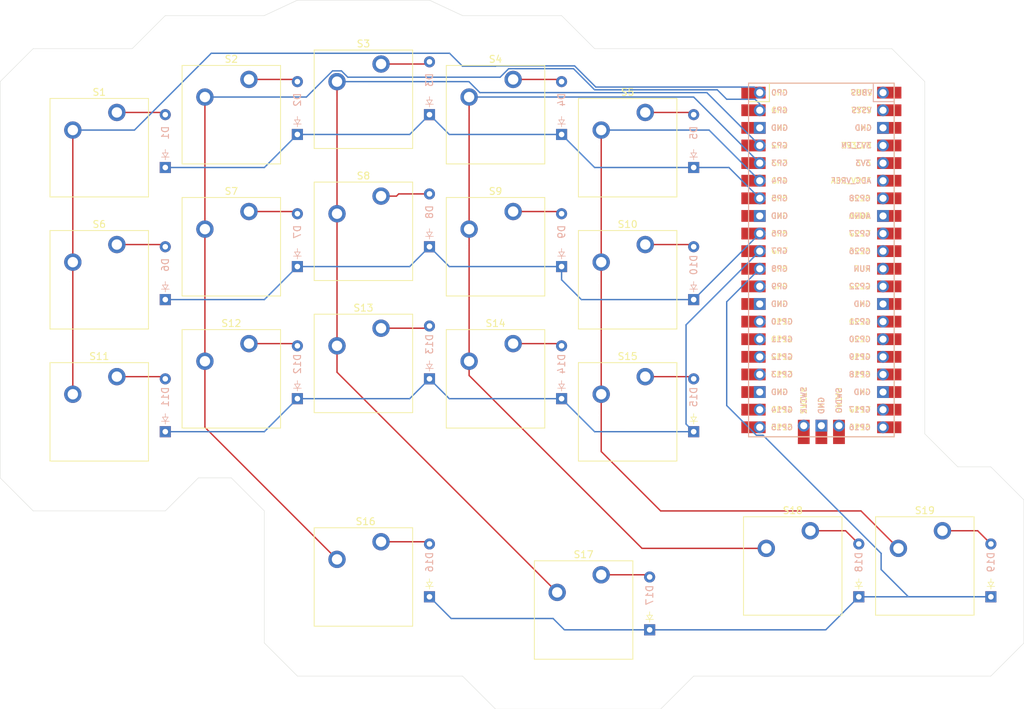
<source format=kicad_pcb>
(kicad_pcb (version 20240108) (generator "pcbnew") (generator_version "8.0")
  (layers (0 "F.Cu" signal) (31 "B.Cu" signal) (34 "B.Paste" user) (35 "F.Paste" user) (36 "B.SilkS" user "B.Silkscreen") (37 "F.SilkS" user "F.Silkscreen") (38 "B.Mask" user) (39 "F.Mask" user) (44 "Edge.Cuts" user))
  (net 0 "")
  (net 1 "/Row 1")
  (net 2 "Net-(D1-A)")
  (net 3 "Net-(D2-A)")
  (net 4 "Net-(D3-A)")
  (net 5 "Net-(D4-A)")
  (net 6 "Net-(D5-A)")
  (net 7 "Net-(D6-A)")
  (net 8 "/Row 2")
  (net 9 "Net-(D7-A)")
  (net 10 "Net-(D8-A)")
  (net 11 "Net-(D9-A)")
  (net 12 "Net-(D10-A)")
  (net 13 "Net-(D11-A)")
  (net 14 "/Row 3")
  (net 15 "Net-(D12-A)")
  (net 16 "Net-(D13-A)")
  (net 17 "Net-(D14-A)")
  (net 18 "Net-(D15-A)")
  (net 19 "/Row 4")
  (net 20 "Net-(D16-A)")
  (net 21 "Net-(D17-A)")
  (net 22 "Net-(D18-A)")
  (net 23 "Net-(D19-A)")
  (net 24 "/Column 1")
  (net 25 "/Column 2")
  (net 26 "/Column 3")
  (net 27 "/Column 4")
  (net 28 "/Column 5")
  (footprint "ScottoKeebs_Components:Diode_DO-35" (layer "F.Cu") (at 90.4875 107.6325 90)
    (property "Reference" "D16")
    (property "Value" "Diode" (hide yes))
  )
  (footprint "ScottoKeebs_MX:MX_PCB_1.00u" (layer "F.Cu") (at 42.8625 42.8625)
    (property "Reference" "S1")
    (property "Value" "Keyswitch")
  )
  (footprint "ScottoKeebs_MX:MX_PCB_1.00u" (layer "F.Cu") (at 161.925 103.1875)
    (property "Reference" "S19")
    (property "Value" "Keyswitch")
  )
  (footprint "ScottoKeebs_MX:MX_PCB_1.00u" (layer "F.Cu") (at 119.0625 80.9625)
    (property "Reference" "S15")
    (property "Value" "Keyswitch")
  )
  (footprint "ScottoKeebs_MX:MX_PCB_1.00u" (layer "F.Cu") (at 80.9625 73.9775)
    (property "Reference" "S13")
    (property "Value" "Keyswitch")
  )
  (footprint "ScottoKeebs_MX:MX_PCB_1.00u" (layer "F.Cu") (at 100.0125 38.1)
    (property "Reference" "S4")
    (property "Value" "Keyswitch")
  )
  (footprint "ScottoKeebs_Components:Diode_DO-35" (layer "F.Cu") (at 122.2375 112.395 90)
    (property "Reference" "D17")
    (property "Value" "Diode" (hide yes))
  )
  (footprint "ScottoKeebs_MX:MX_PCB_1.00u" (layer "F.Cu") (at 100.0125 57.15)
    (property "Reference" "S9")
    (property "Value" "Keyswitch")
  )
  (footprint "ScottoKeebs_MX:MX_PCB_1.00u" (layer "F.Cu") (at 42.8625 61.9125)
    (property "Reference" "S6")
    (property "Value" "Keyswitch")
  )
  (footprint "ScottoKeebs_MX:MX_PCB_1.00u" (layer "F.Cu") (at 80.9625 35.8775)
    (property "Reference" "S3")
    (property "Value" "Keyswitch")
  )
  (footprint "ScottoKeebs_Components:Diode_DO-35" (layer "F.Cu") (at 152.4 107.6325 90)
    (property "Reference" "D18")
    (property "Value" "Diode" (hide yes))
  )
  (footprint "ScottoKeebs_MX:MX_PCB_1.00u" (layer "F.Cu") (at 142.875 103.1875)
    (property "Reference" "S18")
    (property "Value" "Keyswitch")
  )
  (footprint "ScottoKeebs_MX:MX_PCB_1.00u" (layer "F.Cu") (at 80.9625 104.775)
    (property "Reference" "S16")
    (property "Value" "Keyswitch")
  )
  (footprint "ScottoKeebs_MX:MX_PCB_1.00u" (layer "F.Cu") (at 61.9125 76.2)
    (property "Reference" "S12")
    (property "Value" "Keyswitch")
  )
  (footprint "ScottoKeebs_MCU:Raspberry_Pi_Pico" (layer "F.Cu") (at 147.0025 59.055)
    (property "Reference" "U1" (hide yes))
    (property "Value" "Raspberry_Pi_Pico" (hide yes))
  )
  (footprint "ScottoKeebs_Components:Diode_DO-35" (layer "F.Cu") (at 128.5875 83.82 90)
    (property "Reference" "D15")
    (property "Value" "Diode" (hide yes))
  )
  (footprint "ScottoKeebs_MX:MX_PCB_1.00u" (layer "F.Cu") (at 112.7125 109.5375)
    (property "Reference" "S17")
    (property "Value" "Keyswitch")
  )
  (footprint "ScottoKeebs_MX:MX_PCB_1.00u" (layer "F.Cu") (at 80.9625 54.9275)
    (property "Reference" "S8")
    (property "Value" "Keyswitch")
  )
  (footprint "ScottoKeebs_MX:MX_PCB_1.00u" (layer "F.Cu") (at 61.9125 38.1)
    (property "Reference" "S2")
    (property "Value" "Keyswitch")
  )
  (footprint "ScottoKeebs_MX:MX_PCB_1.00u" (layer "F.Cu") (at 119.0625 42.8625)
    (property "Reference" "S5")
    (property "Value" "Keyswitch")
  )
  (footprint "ScottoKeebs_MX:MX_PCB_1.00u" (layer "F.Cu") (at 42.8625 80.9625)
    (property "Reference" "S11")
    (property "Value" "Keyswitch")
  )
  (footprint "ScottoKeebs_MX:MX_PCB_1.00u" (layer "F.Cu") (at 119.0625 61.9125)
    (property "Reference" "S10")
    (property "Value" "Keyswitch")
  )
  (footprint "ScottoKeebs_Components:Diode_DO-35" (layer "F.Cu") (at 171.45 107.6325 90)
    (property "Reference" "D19")
    (property "Value" "Diode" (hide yes))
  )
  (footprint "ScottoKeebs_MX:MX_PCB_1.00u" (layer "F.Cu") (at 61.9125 57.15)
    (property "Reference" "S7")
    (property "Value" "Keyswitch")
  )
  (footprint "ScottoKeebs_MX:MX_PCB_1.00u" (layer "F.Cu") (at 100.0125 76.2)
    (property "Reference" "S14")
    (property "Value" "Keyswitch")
  )
  (footprint "ScottoKeebs_Components:Diode_DO-35" (layer "B.Cu") (at 90.4875 38.1 90)
    (property "Reference" "D3")
    (property "Value" "Diode" (hide yes))
  )
  (footprint "ScottoKeebs_Components:Diode_DO-35" (layer "B.Cu") (at 128.5875 64.77 90)
    (property "Reference" "D10")
    (property "Value" "Diode" (hide yes))
  )
  (footprint "ScottoKeebs_Components:Diode_DO-35" (layer "B.Cu") (at 90.4875 57.15 90)
    (property "Reference" "D8")
    (property "Value" "Diode" (hide yes))
  )
  (footprint "ScottoKeebs_Components:Diode_DO-35" (layer "B.Cu") (at 109.5375 60.0075 90)
    (property "Reference" "D9")
    (property "Value" "Diode" (hide yes))
  )
  (footprint "ScottoKeebs_Components:Diode_DO-35" (layer "B.Cu") (at 71.4375 79.0575 90)
    (property "Reference" "D12")
    (property "Value" "Diode" (hide yes))
  )
  (footprint "ScottoKeebs_Components:Diode_DO-35" (layer "B.Cu") (at 109.5375 40.9575 90)
    (property "Reference" "D4")
    (property "Value" "Diode" (hide yes))
  )
  (footprint "ScottoKeebs_Components:Diode_DO-35" (layer "B.Cu") (at 109.5375 79.0575 90)
    (property "Reference" "D14")
    (property "Value" "Diode" (hide yes))
  )
  (footprint "ScottoKeebs_Components:Diode_DO-35" (layer "B.Cu") (at 90.4875 76.2 90)
    (property "Reference" "D13")
    (property "Value" "Diode" (hide yes))
  )
  (footprint "ScottoKeebs_Components:Diode_DO-35" (layer "B.Cu") (at 52.3875 64.77 90)
    (property "Reference" "D6")
    (property "Value" "Diode" (hide yes))
  )
  (footprint "ScottoKeebs_Components:Diode_DO-35" (layer "B.Cu") (at 128.5875 45.72 90)
    (property "Reference" "D5")
    (property "Value" "Diode" (hide yes))
  )
  (footprint "ScottoKeebs_Components:Diode_DO-35" (layer "B.Cu") (at 52.3875 83.82 90)
    (property "Reference" "D11")
    (property "Value" "Diode" (hide yes))
  )
  (footprint "ScottoKeebs_Components:Diode_DO-35" (layer "B.Cu") (at 52.3875 45.72 90)
    (property "Reference" "D1")
    (property "Value" "Diode" (hide yes))
  )
  (footprint "ScottoKeebs_Components:Diode_DO-35" (layer "B.Cu") (at 71.4375 60.0075 90)
    (property "Reference" "D7")
    (property "Value" "Diode" (hide yes))
  )
  (footprint "ScottoKeebs_Components:Diode_DO-35" (layer "B.Cu") (at 71.4375 40.9575 90)
    (property "Reference" "D2")
    (property "Value" "Diode" (hide yes))
  )
  (gr_line (start 28.575 33.3375) (end 28.575 90.4875) (stroke (width 0.05)) (layer "Edge.Cuts"))
  (gr_line (start 123.825 123.825) (end 128.5875 119.0625) (stroke (width 0.05)) (layer "Edge.Cuts"))
  (gr_line (start 33.3375 95.25) (end 52.3875 95.25) (stroke (width 0.05)) (layer "Edge.Cuts"))
  (gr_line (start 66.675 114.3) (end 71.4375 119.0625) (stroke (width 0.05)) (layer "Edge.Cuts"))
  (gr_line (start 71.4375 21.59) (end 66.675 23.8125) (stroke (width 0.05)) (layer "Edge.Cuts"))
  (gr_line (start 57.15 90.4875) (end 61.9125 90.4875) (stroke (width 0.05)) (layer "Edge.Cuts"))
  (gr_line (start 66.675 95.25) (end 66.675 114.3) (stroke (width 0.05)) (layer "Edge.Cuts"))
  (gr_line (start 166.6875 88.9) (end 161.925 84.1375) (stroke (width 0.05)) (layer "Edge.Cuts"))
  (gr_line (start 171.45 119.0625) (end 176.2125 114.3) (stroke (width 0.05)) (layer "Edge.Cuts"))
  (gr_line (start 176.2125 95.25) (end 176.2125 93.6625) (stroke (width 0.05)) (layer "Edge.Cuts"))
  (gr_line (start 71.4375 119.0625) (end 95.25 119.0625) (stroke (width 0.05)) (layer "Edge.Cuts"))
  (gr_line (start 66.675 23.8125) (end 52.3875 23.8125) (stroke (width 0.05)) (layer "Edge.Cuts"))
  (gr_line (start 52.3875 95.25) (end 57.15 90.4875) (stroke (width 0.05)) (layer "Edge.Cuts"))
  (gr_line (start 176.2125 114.3) (end 176.2125 95.25) (stroke (width 0.05)) (layer "Edge.Cuts"))
  (gr_line (start 161.925 84.1375) (end 161.925 36.5125) (stroke (width 0.05)) (layer "Edge.Cuts"))
  (gr_line (start 114.3 28.575) (end 109.5375 23.8125) (stroke (width 0.05)) (layer "Edge.Cuts"))
  (gr_line (start 47.625 28.575) (end 33.3375 28.575) (stroke (width 0.05)) (layer "Edge.Cuts"))
  (gr_line (start 100.0125 123.825) (end 123.825 123.825) (stroke (width 0.05)) (layer "Edge.Cuts"))
  (gr_line (start 90.4875 21.59) (end 71.4375 21.59) (stroke (width 0.05)) (layer "Edge.Cuts"))
  (gr_line (start 52.3875 23.8125) (end 47.625 28.575) (stroke (width 0.05)) (layer "Edge.Cuts"))
  (gr_line (start 28.575 90.4875) (end 33.3375 95.25) (stroke (width 0.05)) (layer "Edge.Cuts"))
  (gr_line (start 171.45 88.9) (end 166.6875 88.9) (stroke (width 0.05)) (layer "Edge.Cuts"))
  (gr_line (start 161.925 33.3375) (end 157.1625 28.575) (stroke (width 0.05)) (layer "Edge.Cuts"))
  (gr_line (start 161.925 36.5125) (end 161.925 33.3375) (stroke (width 0.05)) (layer "Edge.Cuts"))
  (gr_line (start 157.1625 28.575) (end 114.3 28.575) (stroke (width 0.05)) (layer "Edge.Cuts"))
  (gr_line (start 61.9125 90.4875) (end 66.675 95.25) (stroke (width 0.05)) (layer "Edge.Cuts"))
  (gr_line (start 95.25 23.8125) (end 90.4875 21.59) (stroke (width 0.05)) (layer "Edge.Cuts"))
  (gr_line (start 128.5875 119.0625) (end 171.45 119.0625) (stroke (width 0.05)) (layer "Edge.Cuts"))
  (gr_line (start 33.3375 28.575) (end 28.575 33.3375) (stroke (width 0.05)) (layer "Edge.Cuts"))
  (gr_line (start 109.5375 23.8125) (end 95.25 23.8125) (stroke (width 0.05)) (layer "Edge.Cuts"))
  (gr_line (start 95.25 119.0625) (end 100.0125 123.825) (stroke (width 0.05)) (layer "Edge.Cuts"))
  (gr_line (start 176.2125 93.6625) (end 171.45 88.9) (stroke (width 0.05)) (layer "Edge.Cuts"))
  (segment (start 66.675 45.72) (end 71.4375 40.9575) (width 0.2) (layer "B.Cu") (net 1))
  (segment (start 128.5875 45.72) (end 133.6675 45.72) (width 0.2) (layer "B.Cu") (net 1))
  (segment (start 133.6675 45.72) (end 138.1125 50.165) (width 0.2) (layer "B.Cu") (net 1))
  (segment (start 71.4375 40.9575) (end 87.63 40.9575) (width 0.2) (layer "B.Cu") (net 1))
  (segment (start 93.345 40.9575) (end 109.5375 40.9575) (width 0.2) (layer "B.Cu") (net 1))
  (segment (start 114.3 45.72) (end 128.5875 45.72) (width 0.2) (layer "B.Cu") (net 1))
  (segment (start 90.4875 38.1) (end 93.345 40.9575) (width 0.2) (layer "B.Cu") (net 1))
  (segment (start 109.5375 40.9575) (end 114.3 45.72) (width 0.2) (layer "B.Cu") (net 1))
  (segment (start 52.3875 45.72) (end 66.675 45.72) (width 0.2) (layer "B.Cu") (net 1))
  (segment (start 87.63 40.9575) (end 90.4875 38.1) (width 0.2) (layer "B.Cu") (net 1))
  (segment (start 45.4025 37.7825) (end 52.07 37.7825) (width 0.2) (layer "F.Cu") (net 2))
  (segment (start 52.07 37.7825) (end 52.3875 38.1) (width 0.2) (layer "F.Cu") (net 2))
  (segment (start 71.12 33.02) (end 71.4375 33.3375) (width 0.2) (layer "F.Cu") (net 3))
  (segment (start 64.4525 33.02) (end 71.12 33.02) (width 0.2) (layer "F.Cu") (net 3))
  (segment (start 83.5025 30.7975) (end 90.17 30.7975) (width 0.2) (layer "F.Cu") (net 4))
  (segment (start 90.17 30.7975) (end 90.4875 30.48) (width 0.2) (layer "F.Cu") (net 4))
  (segment (start 109.22 33.02) (end 109.5375 33.3375) (width 0.2) (layer "F.Cu") (net 5))
  (segment (start 102.5525 33.02) (end 109.22 33.02) (width 0.2) (layer "F.Cu") (net 5))
  (segment (start 128.27 37.7825) (end 128.5875 38.1) (width 0.2) (layer "F.Cu") (net 6))
  (segment (start 121.6025 37.7825) (end 128.27 37.7825) (width 0.2) (layer "F.Cu") (net 6))
  (segment (start 52.07 56.8325) (end 52.3875 57.15) (width 0.2) (layer "F.Cu") (net 7))
  (segment (start 45.4025 56.8325) (end 52.07 56.8325) (width 0.2) (layer "F.Cu") (net 7))
  (segment (start 66.675 64.77) (end 71.4375 60.0075) (width 0.2) (layer "B.Cu") (net 8))
  (segment (start 109.5375 61.9125) (end 112.395 64.77) (width 0.2) (layer "B.Cu") (net 8))
  (segment (start 109.5375 60.0075) (end 109.5375 61.9125) (width 0.2) (layer "B.Cu") (net 8))
  (segment (start 128.5875 64.77) (end 138.1125 55.245) (width 0.2) (layer "B.Cu") (net 8))
  (segment (start 87.63 60.0075) (end 90.4875 57.15) (width 0.2) (layer "B.Cu") (net 8))
  (segment (start 52.3875 64.77) (end 66.675 64.77) (width 0.2) (layer "B.Cu") (net 8))
  (segment (start 112.395 64.77) (end 128.5875 64.77) (width 0.2) (layer "B.Cu") (net 8))
  (segment (start 71.4375 60.0075) (end 87.63 60.0075) (width 0.2) (layer "B.Cu") (net 8))
  (segment (start 90.4875 57.15) (end 93.345 60.0075) (width 0.2) (layer "B.Cu") (net 8))
  (segment (start 93.345 60.0075) (end 109.5375 60.0075) (width 0.2) (layer "B.Cu") (net 8))
  (segment (start 64.4525 52.07) (end 71.12 52.07) (width 0.2) (layer "F.Cu") (net 9))
  (segment (start 71.12 52.07) (end 71.4375 52.3875) (width 0.2) (layer "F.Cu") (net 9))
  (segment (start 83.5025 49.8475) (end 85.725 49.8475) (width 0.2) (layer "F.Cu") (net 10))
  (segment (start 86.0425 49.53) (end 90.4875 49.53) (width 0.2) (layer "F.Cu") (net 10))
  (segment (start 85.725 49.8475) (end 86.0425 49.53) (width 0.2) (layer "F.Cu") (net 10))
  (segment (start 109.22 52.07) (end 109.5375 52.3875) (width 0.2) (layer "F.Cu") (net 11))
  (segment (start 102.5525 52.07) (end 109.22 52.07) (width 0.2) (layer "F.Cu") (net 11))
  (segment (start 128.27 56.8325) (end 128.5875 57.15) (width 0.2) (layer "F.Cu") (net 12))
  (segment (start 121.6025 56.8325) (end 128.27 56.8325) (width 0.2) (layer "F.Cu") (net 12))
  (segment (start 52.07 75.8825) (end 52.3875 76.2) (width 0.2) (layer "F.Cu") (net 13))
  (segment (start 45.4025 75.8825) (end 52.07 75.8825) (width 0.2) (layer "F.Cu") (net 13))
  (segment (start 114.3 83.82) (end 128.5875 83.82) (width 0.2) (layer "B.Cu") (net 14))
  (segment (start 127.4875 82.72) (end 127.4875 68.41) (width 0.2) (layer "B.Cu") (net 14))
  (segment (start 90.4875 76.2) (end 93.345 79.0575) (width 0.2) (layer "B.Cu") (net 14))
  (segment (start 93.345 79.0575) (end 109.5375 79.0575) (width 0.2) (layer "B.Cu") (net 14))
  (segment (start 128.5875 83.82) (end 127.4875 82.72) (width 0.2) (layer "B.Cu") (net 14))
  (segment (start 71.4375 79.0575) (end 87.63 79.0575) (width 0.2) (layer "B.Cu") (net 14))
  (segment (start 109.5375 79.0575) (end 114.3 83.82) (width 0.2) (layer "B.Cu") (net 14))
  (segment (start 66.675 83.82) (end 71.4375 79.0575) (width 0.2) (layer "B.Cu") (net 14))
  (segment (start 87.63 79.0575) (end 90.4875 76.2) (width 0.2) (layer "B.Cu") (net 14))
  (segment (start 127.4875 68.41) (end 138.1125 57.785) (width 0.2) (layer "B.Cu") (net 14))
  (segment (start 52.3875 83.82) (end 66.675 83.82) (width 0.2) (layer "B.Cu") (net 14))
  (segment (start 64.4525 71.12) (end 71.12 71.12) (width 0.2) (layer "F.Cu") (net 15))
  (segment (start 71.12 71.12) (end 71.4375 71.4375) (width 0.2) (layer "F.Cu") (net 15))
  (segment (start 90.17 68.8975) (end 90.4875 68.58) (width 0.2) (layer "F.Cu") (net 16))
  (segment (start 83.5025 68.8975) (end 90.17 68.8975) (width 0.2) (layer "F.Cu") (net 16))
  (segment (start 109.22 71.12) (end 109.5375 71.4375) (width 0.2) (layer "F.Cu") (net 17))
  (segment (start 102.5525 71.12) (end 109.22 71.12) (width 0.2) (layer "F.Cu") (net 17))
  (segment (start 121.6025 75.8825) (end 128.27 75.8825) (width 0.2) (layer "F.Cu") (net 18))
  (segment (start 128.27 75.8825) (end 128.5875 76.2) (width 0.2) (layer "F.Cu") (net 18))
  (segment (start 93.6175 110.7625) (end 108.3125 110.7625) (width 0.2) (layer "B.Cu") (net 19))
  (segment (start 152.4 107.6325) (end 171.45 107.6325) (width 0.2) (layer "B.Cu") (net 19))
  (segment (start 133.35 80.048846) (end 133.35 65.0875) (width 0.2) (layer "B.Cu") (net 19))
  (segment (start 159.557588 107.6325) (end 155.62 103.694912) (width 0.2) (layer "B.Cu") (net 19))
  (segment (start 90.4875 107.6325) (end 93.6175 110.7625) (width 0.2) (layer "B.Cu") (net 19))
  (segment (start 133.35 65.0875) (end 138.1125 60.325) (width 0.2) (layer "B.Cu") (net 19))
  (segment (start 137.636154 84.335) (end 133.35 80.048846) (width 0.2) (layer "B.Cu") (net 19))
  (segment (start 109.945 112.395) (end 122.2375 112.395) (width 0.2) (layer "B.Cu") (net 19))
  (segment (start 108.3125 110.7625) (end 109.945 112.395) (width 0.2) (layer "B.Cu") (net 19))
  (segment (start 147.6375 112.395) (end 152.4 107.6325) (width 0.2) (layer "B.Cu") (net 19))
  (segment (start 171.45 107.6325) (end 159.557588 107.6325) (width 0.2) (layer "B.Cu") (net 19))
  (segment (start 155.62 101.366154) (end 138.588846 84.335) (width 0.2) (layer "B.Cu") (net 19))
  (segment (start 138.588846 84.335) (end 137.636154 84.335) (width 0.2) (layer "B.Cu") (net 19))
  (segment (start 155.62 103.694912) (end 155.62 101.366154) (width 0.2) (layer "B.Cu") (net 19))
  (segment (start 122.2375 112.395) (end 147.6375 112.395) (width 0.2) (layer "B.Cu") (net 19))
  (segment (start 83.5025 99.695) (end 90.17 99.695) (width 0.2) (layer "F.Cu") (net 20))
  (segment (start 90.17 99.695) (end 90.4875 100.0125) (width 0.2) (layer "F.Cu") (net 20))
  (segment (start 115.2525 104.4575) (end 121.92 104.4575) (width 0.2) (layer "F.Cu") (net 21))
  (segment (start 121.92 104.4575) (end 122.2375 104.775) (width 0.2) (layer "F.Cu") (net 21))
  (segment (start 145.415 98.1075) (end 150.495 98.1075) (width 0.2) (layer "F.Cu") (net 22))
  (segment (start 150.495 98.1075) (end 152.4 100.0125) (width 0.2) (layer "F.Cu") (net 22))
  (segment (start 169.545 98.1075) (end 171.45 100.0125) (width 0.2) (layer "F.Cu") (net 23))
  (segment (start 164.465 98.1075) (end 169.545 98.1075) (width 0.2) (layer "F.Cu") (net 23))
  (segment (start 39.0525 40.3225) (end 39.0525 78.4225) (width 0.2) (layer "F.Cu") (net 24))
  (segment (start 100.0125 31.115) (end 100.0575 31.07) (width 0.2) (layer "B.Cu") (net 24))
  (segment (start 59.0175 29.2475) (end 93.3825 29.2475) (width 0.2) (layer "B.Cu") (net 24))
  (segment (start 111.417718 31.07) (end 114.465686 34.117968) (width 0.2) (layer "B.Cu") (net 24))
  (segment (start 100.0575 31.07) (end 111.417718 31.07) (width 0.2) (layer "B.Cu") (net 24))
  (segment (start 39.0525 40.3225) (end 47.9425 40.3225) (width 0.2) (layer "B.Cu") (net 24))
  (segment (start 114.465686 34.117968) (end 137.305468 34.117968) (width 0.2) (layer "B.Cu") (net 24))
  (segment (start 93.3825 29.2475) (end 95.25 31.115) (width 0.2) (layer "B.Cu") (net 24))
  (segment (start 47.9425 40.3225) (end 59.0175 29.2475) (width 0.2) (layer "B.Cu") (net 24))
  (segment (start 95.25 31.115) (end 100.0125 31.115) (width 0.2) (layer "B.Cu") (net 24))
  (segment (start 137.305468 34.117968) (end 138.1125 34.925) (width 0.2) (layer "B.Cu") (net 24))
  (segment (start 39.0525 40.3225) (end 39.18 40.45) (width 0.2) (layer "B.Cu") (net 24))
  (segment (start 58.1025 73.66) (end 58.1025 83.185) (width 0.2) (layer "F.Cu") (net 25))
  (segment (start 58.1025 35.56) (end 58.1025 73.66) (width 0.2) (layer "F.Cu") (net 25))
  (segment (start 58.1025 83.185) (end 77.1525 102.235) (width 0.2) (layer "F.Cu") (net 25))
  (segment (start 76.510468 31.7875) (end 77.794532 31.7875) (width 0.2) (layer "B.Cu") (net 25))
  (segment (start 114.3 34.517968) (end 131.990468 34.517968) (width 0.2) (layer "B.Cu") (net 25))
  (segment (start 137.438654 35.8775) (end 138.1125 36.551346) (width 0.2) (layer "B.Cu") (net 25))
  (segment (start 58.1025 35.56) (end 72.737968 35.56) (width 0.2) (layer "B.Cu") (net 25))
  (segment (start 100.685 32.695468) (end 101.910468 31.47) (width 0.2) (layer "B.Cu") (net 25))
  (segment (start 101.910468 31.47) (end 111.252032 31.47) (width 0.2) (layer "B.Cu") (net 25))
  (segment (start 131.990468 34.517968) (end 133.35 35.8775) (width 0.2) (layer "B.Cu") (net 25))
  (segment (start 72.737968 35.56) (end 76.510468 31.7875) (width 0.2) (layer "B.Cu") (net 25))
  (segment (start 77.794532 31.7875) (end 78.7025 32.695468) (width 0.2) (layer "B.Cu") (net 25))
  (segment (start 111.252032 31.47) (end 114.3 34.517968) (width 0.2) (layer "B.Cu") (net 25))
  (segment (start 78.7025 32.695468) (end 100.685 32.695468) (width 0.2) (layer "B.Cu") (net 25))
  (segment (start 138.1125 36.551346) (end 138.1125 37.465) (width 0.2) (layer "B.Cu") (net 25))
  (segment (start 133.35 35.8775) (end 137.438654 35.8775) (width 0.2) (layer "B.Cu") (net 25))
  (segment (start 77.1525 71.4375) (end 77.1525 75.2475) (width 0.2) (layer "F.Cu") (net 26))
  (segment (start 77.1525 75.2475) (end 108.9025 106.9975) (width 0.2) (layer "F.Cu") (net 26))
  (segment (start 77.1525 33.3375) (end 77.1525 71.4375) (width 0.2) (layer "F.Cu") (net 26))
  (segment (start 130.485468 34.917968) (end 138.1125 42.545) (width 0.2) (layer "B.Cu") (net 26))
  (segment (start 77.1525 33.3375) (end 96.172032 33.3375) (width 0.2) (layer "B.Cu") (net 26))
  (segment (start 96.172032 33.3375) (end 97.7525 34.917968) (width 0.2) (layer "B.Cu") (net 26))
  (segment (start 97.7525 34.917968) (end 130.485468 34.917968) (width 0.2) (layer "B.Cu") (net 26))
  (segment (start 121.136598 100.6475) (end 139.065 100.6475) (width 0.2) (layer "F.Cu") (net 27))
  (segment (start 96.2025 75.713402) (end 121.136598 100.6475) (width 0.2) (layer "F.Cu") (net 27))
  (segment (start 96.2025 73.66) (end 96.2025 75.713402) (width 0.2) (layer "F.Cu") (net 27))
  (segment (start 96.2025 35.56) (end 96.2025 73.66) (width 0.2) (layer "F.Cu") (net 27))
  (segment (start 128.5875 35.56) (end 138.1125 45.085) (width 0.2) (layer "B.Cu") (net 27))
  (segment (start 96.2025 35.56) (end 128.5875 35.56) (width 0.2) (layer "B.Cu") (net 27))
  (segment (start 115.2525 78.4225) (end 115.2525 86.6775) (width 0.2) (layer "F.Cu") (net 28))
  (segment (start 115.2525 86.6775) (end 123.825 95.25) (width 0.2) (layer "F.Cu") (net 28))
  (segment (start 152.7175 95.25) (end 158.115 100.6475) (width 0.2) (layer "F.Cu") (net 28))
  (segment (start 115.2525 40.3225) (end 115.2525 78.4225) (width 0.2) (layer "F.Cu") (net 28))
  (segment (start 123.825 95.25) (end 152.7175 95.25) (width 0.2) (layer "F.Cu") (net 28))
  (segment (start 130.81 40.3225) (end 138.1125 47.625) (width 0.2) (layer "B.Cu") (net 28))
  (segment (start 115.2525 40.3225) (end 130.81 40.3225) (width 0.2) (layer "B.Cu") (net 28))
)
</source>
